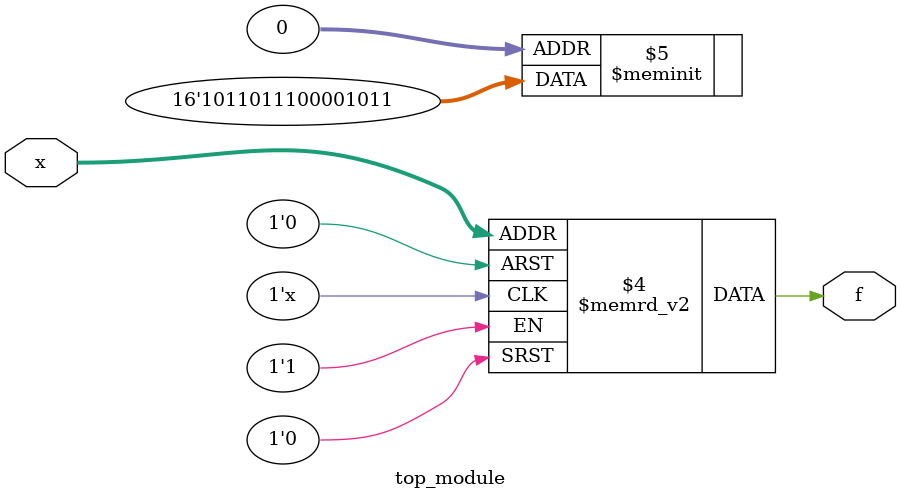
<source format=sv>
module top_module (
    input [4:1] x,
    output logic f
);

always_comb begin
    case (x)
        4'b0000: f = 1'b1;
        4'b0001: f = 1'b1;
        4'b0010: f = 1'b0;
        4'b0011: f = 1'b1;
        4'b0100: f = 1'b0;
        4'b0101: f = 1'b0;
        4'b0110: f = 1'b0;
        4'b0111: f = 1'b0;
        4'b1000: f = 1'b1;
        4'b1001: f = 1'b1;
        4'b1010: f = 1'b1;
        4'b1011: f = 1'b0;
        4'b1100: f = 1'b1;
        4'b1101: f = 1'b1;
        4'b1110: f = 1'b0;
        4'b1111: f = 1'b1;
    endcase
end

endmodule

</source>
